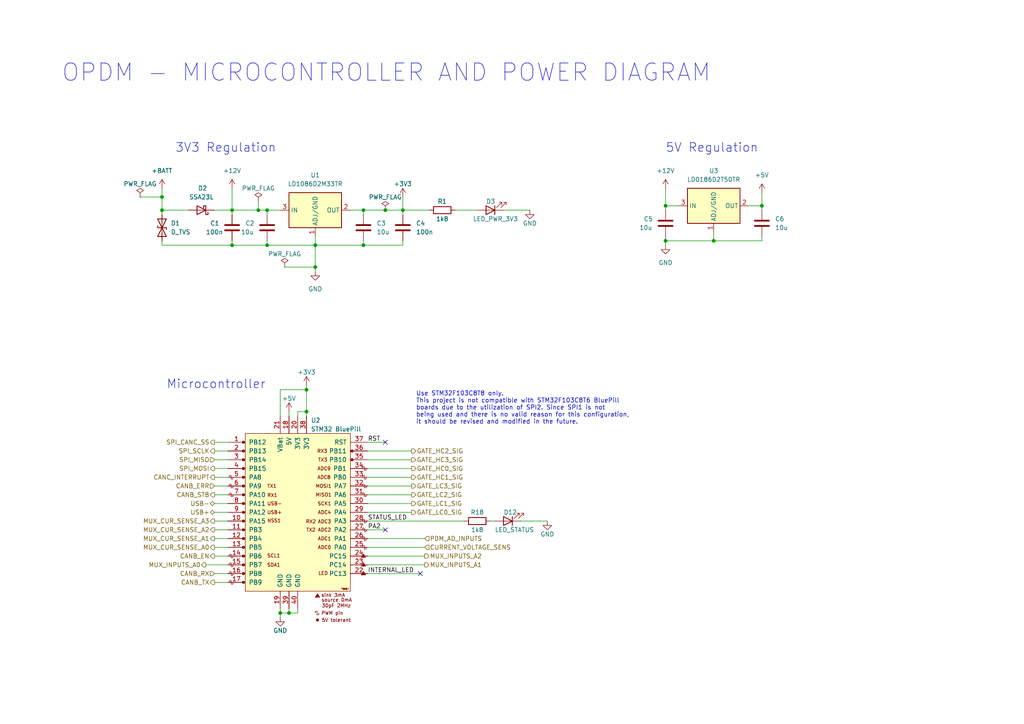
<source format=kicad_sch>
(kicad_sch (version 20211123) (generator eeschema)
  (paper "A4")
  (title_block (date "2023-05-23") (rev "Rev0.1") (company "Breno Niehues dos Santos"))
  (lib_symbols
    (symbol "Device:C" (pin_numbers hide) (pin_names (offset 0.254))
      (property "Reference" "C" (at 0.635 2.54 0))
      (property "Value" "C" (at 0.635 -2.54 0))
      (symbol "C_0_1"
        (polyline (pts (xy -2.032 -0.762) (xy 2.032 -0.762)) (stroke (width 0.508)))
        (polyline (pts (xy -2.032 0.762) (xy 2.032 0.762)) (stroke (width 0.508)))
      )
      (symbol "C_1_1"
        (pin passive line (at 0 3.81 270) (length 2.794) (name "~") (number "1"))
        (pin passive line (at 0 -3.81 90) (length 2.794) (name "~") (number "2"))
      )
    )
    (symbol "Device:D_Schottky" (pin_numbers hide) (pin_names (offset 1.016) hide)
      (property "Reference" "D" (at 0 2.54 0))
      (property "Value" "D_Schottky" (at 0 -2.54 0))
      (symbol "D_Schottky_0_1"
        (polyline (pts (xy 1.27 0) (xy -1.27 0)))
        (polyline (pts (xy 1.27 1.27) (xy 1.27 -1.27) (xy -1.27 0) (xy 1.27 1.27)) (stroke (width 0.254)))
        (polyline (pts (xy -1.905 0.635) (xy -1.905 1.27) (xy -1.27 1.27) (xy -1.27 -1.27) (xy -0.635 -1.27) (xy -0.635 -0.635)) (stroke (width 0.254)))
      )
      (symbol "D_Schottky_1_1"
        (pin passive line (at -3.81 0 0) (length 2.54) (name "K") (number "1"))
        (pin passive line (at 3.81 0 180) (length 2.54) (name "A") (number "2"))
      )
    )
    (symbol "Device:D_TVS" (pin_numbers hide) (pin_names (offset 1.016) hide)
      (property "Reference" "D" (at 0 2.54 0))
      (property "Value" "D_TVS" (at 0 -2.54 0))
      (symbol "D_TVS_0_1"
        (polyline (pts (xy 1.27 0) (xy -1.27 0)))
        (polyline (pts (xy 0.508 1.27) (xy 0 1.27) (xy 0 -1.27) (xy -0.508 -1.27)) (stroke (width 0.254)))
        (polyline (pts (xy -2.54 1.27) (xy -2.54 -1.27) (xy 2.54 1.27) (xy 2.54 -1.27) (xy -2.54 1.27)) (stroke (width 0.254)))
      )
      (symbol "D_TVS_1_1"
        (pin passive line (at -3.81 0 0) (length 2.54) (name "A1") (number "1"))
        (pin passive line (at 3.81 0 180) (length 2.54) (name "A2") (number "2"))
      )
    )
    (symbol "Device:LED" (pin_numbers hide) (pin_names (offset 1.016) hide)
      (property "Reference" "D" (at 0 2.54 0))
      (property "Value" "LED" (at 0 -2.54 0))
      (symbol "LED_0_1"
        (polyline (pts (xy -1.27 -1.27) (xy -1.27 1.27)) (stroke (width 0.254)))
        (polyline (pts (xy -1.27 0) (xy 1.27 0)))
        (polyline (pts (xy 1.27 -1.27) (xy 1.27 1.27) (xy -1.27 0) (xy 1.27 -1.27)) (stroke (width 0.254)))
        (polyline (pts (xy -3.048 -0.762) (xy -4.572 -2.286) (xy -3.81 -2.286) (xy -4.572 -2.286) (xy -4.572 -1.524)))
        (polyline (pts (xy -1.778 -0.762) (xy -3.302 -2.286) (xy -2.54 -2.286) (xy -3.302 -2.286) (xy -3.302 -1.524)))
      )
      (symbol "LED_1_1"
        (pin passive line (at -3.81 0 0) (length 2.54) (name "K") (number "1"))
        (pin passive line (at 3.81 0 180) (length 2.54) (name "A") (number "2"))
      )
    )
    (symbol "Device:R" (pin_numbers hide) (pin_names (offset 0))
      (property "Reference" "R" (at 2.032 0 90))
      (property "Value" "R" (at 0 0 90))
      (symbol "R_0_1"
        (rectangle (start -1.016 -2.54) (end 1.016 2.54) (stroke (width 0.254)))
      )
      (symbol "R_1_1"
        (pin passive line (at 0 3.81 270) (length 1.27) (name "~") (number "1"))
        (pin passive line (at 0 -3.81 90) (length 1.27) (name "~") (number "2"))
      )
    )
    (symbol "Regulator_Linear:LD0186D2T50TR"
      (property "Reference" "U" (at 0 10.16 0))
      (property "Value" "LD0186D2T50TR" (at 0 7.62 0))
      (symbol "LD0186D2T50TR_1_1"
        (rectangle (start -7.62 -5.08) (end 7.62 5.08) (stroke (width 0.254)) (fill (type background)))
        (pin input line (at 0 -7.62 90) (length 2.54) (name "ADJ/GND") (number "1"))
        (pin power_out line (at 10.16 0 180) (length 2.54) (name "OUT") (number "2"))
        (pin power_in line (at -10.16 0 0) (length 2.54) (name "IN") (number "3"))
      )
    )
    (symbol "Regulator_Linear:LD1086D2M33TR"
      (property "Reference" "U" (at 0 10.16 0))
      (property "Value" "LD1086D2M33TR" (at 0 7.62 0))
      (symbol "LD1086D2M33TR_1_1"
        (rectangle (start -7.62 -5.08) (end 7.62 5.08) (stroke (width 0.254)) (fill (type background)))
        (pin input line (at 0 -7.62 90) (length 2.54) (name "ADJ/GND") (number "1"))
        (pin power_out line (at 10.16 0 180) (length 2.54) (name "OUT") (number "2"))
        (pin power_in line (at -10.16 0 0) (length 2.54) (name "IN") (number "3"))
      )
    )
    (symbol "YAAJ_BluePill:YAAJ_BluePill" (pin_names (offset 1.016))
      (property "Reference" "U" (at -13.97 24.13 0))
      (property "Value" "YAAJ_BluePill" (at 0 6.35 90))
      (symbol "YAAJ_BluePill_0_0"
        (circle (center -15.748 -20.32) (radius 0.3556) (fill (type outline)))
        (circle (center -15.748 -17.78) (radius 0.3556) (fill (type outline)))
        (circle (center -15.748 -15.24) (radius 0.3556) (fill (type outline)))
        (circle (center -15.748 -12.7) (radius 0.3556) (fill (type outline)))
        (circle (center -15.748 -10.16) (radius 0.3556) (fill (type outline)))
        (circle (center -15.748 -7.62) (radius 0.3556) (fill (type outline)))
        (circle (center -15.748 -5.08) (radius 0.3556) (fill (type outline)))
        (circle (center -15.748 -2.54) (radius 0.3556) (fill (type outline)))
        (circle (center -15.748 0) (radius 0.3556) (fill (type outline)))
        (circle (center -15.748 2.54) (radius 0.3556) (fill (type outline)))
        (circle (center -15.748 5.08) (radius 0.3556) (fill (type outline)))
        (circle (center -15.748 7.62) (radius 0.3556) (fill (type outline)))
        (circle (center -15.748 10.16) (radius 0.3556) (fill (type outline)))
        (circle (center -15.748 12.7) (radius 0.3556) (fill (type outline)))
        (circle (center -15.748 15.24) (radius 0.3556) (fill (type outline)))
        (circle (center -15.748 20.32) (radius 0.3556) (fill (type outline)))
        (polyline (pts (xy 5.08 -24.638) (xy 5.715 -23.622) (xy 6.35 -24.638) (xy 5.08 -24.638) (xy 5.715 -23.749) (xy 6.223 -24.638) (xy 5.207 -24.511) (xy 5.715 -23.876) (xy 6.096 -24.638) (xy 5.334 -24.384) (xy 5.842 -24.003) (xy 5.969 -24.638) (xy 5.461 -24.257) (xy 5.969 -24.13) (xy 5.842 -24.511) (xy 5.588 -24.257) (xy 5.842 -24.384) (xy 5.715 -24.13)))
        (polyline (pts (xy 18.415 -18.161) (xy 19.05 -17.145) (xy 19.685 -18.161) (xy 18.415 -18.161) (xy 19.05 -17.272) (xy 19.558 -18.161) (xy 18.542 -18.034) (xy 19.05 -17.399) (xy 19.431 -18.161) (xy 18.669 -17.907) (xy 19.177 -17.526) (xy 19.304 -18.161) (xy 18.796 -17.78) (xy 19.304 -17.653) (xy 19.177 -18.034) (xy 18.923 -17.78) (xy 19.177 -17.907) (xy 19.05 -17.653)))
        (polyline (pts (xy 18.415 -15.621) (xy 19.05 -14.605) (xy 19.685 -15.621) (xy 18.415 -15.621) (xy 19.05 -14.732) (xy 19.558 -15.621) (xy 18.542 -15.494) (xy 19.05 -14.859) (xy 19.431 -15.621) (xy 18.669 -15.367) (xy 19.177 -14.986) (xy 19.304 -15.621) (xy 18.796 -15.24) (xy 19.304 -15.113) (xy 19.177 -15.494) (xy 18.923 -15.24) (xy 19.177 -15.367) (xy 19.05 -15.113)))
        (polyline (pts (xy 18.415 -13.081) (xy 19.05 -12.065) (xy 19.685 -13.081) (xy 18.415 -13.081) (xy 19.05 -12.192) (xy 19.558 -13.081) (xy 18.542 -12.954) (xy 19.05 -12.319) (xy 19.431 -13.081) (xy 18.669 -12.827) (xy 19.177 -12.446) (xy 19.304 -13.081) (xy 18.796 -12.7) (xy 19.304 -12.573) (xy 19.177 -12.954) (xy 18.923 -12.7) (xy 19.177 -12.827) (xy 19.05 -12.573)))
        (circle (center 5.715 -31.242) (radius 0.127) (fill (type outline)))
        (circle (center 5.715 -31.242) (radius 0.254))
        (circle (center 5.715 -31.242) (radius 0.3556))
        (circle (center 15.748 15.24) (radius 0.254) (fill (type outline)))
        (circle (center 15.748 15.24) (radius 0.3556))
        (circle (center 15.748 17.78) (radius 0.254) (fill (type outline)))
        (circle (center 15.748 17.78) (radius 0.3556))
        (text "30pF 2MHz" (at 11.176 -27.051 0) (effects (font (size 0.9906 0.9906))))
        (text "5V tolerant" (at 11.176 -31.242 0) (effects (font (size 0.9906 0.9906))))
        (text "ADC0" (at 7.747 -10.16 0) (effects (font (size 0.9906 0.9906))))
        (text "ADC1" (at 7.747 -7.62 0) (effects (font (size 0.9906 0.9906))))
        (text "ADC2" (at 7.747 -5.08 0) (effects (font (size 0.9906 0.9906))))
        (text "ADC3" (at 7.747 -2.667 0) (effects (font (size 0.9906 0.9906))))
        (text "ADC4" (at 7.747 0 0) (effects (font (size 0.9906 0.9906))))
        (text "ADC8" (at 7.62 10.16 0) (effects (font (size 0.9906 0.9906))))
        (text "ADC9" (at 7.62 12.7 0) (effects (font (size 0.9906 0.9906))))
        (text "LED" (at 7.366 -17.653 0) (effects (font (size 0.9906 0.9906))))
        (text "MISO1" (at 7.493 5.08 0) (effects (font (size 0.9906 0.9906))))
        (text "MOSI1" (at 7.493 7.62 0) (effects (font (size 0.9906 0.9906))))
        (text "NSS1" (at -6.858 -2.413 0) (effects (font (size 0.9906 0.9906))))
        (text "PWM pin" (at 10.033 -29.21 0) (effects (font (size 0.9906 0.9906))))
        (text "RX1" (at -7.366 4.953 0) (effects (font (size 0.9906 0.9906))))
        (text "RX2" (at 3.81 -2.667 0) (effects (font (size 0.9906 0.9906))))
        (text "RX3" (at 7.112 17.78 0) (effects (font (size 0.9906 0.9906))))
        (text "SCK1" (at 7.747 2.54 0) (effects (font (size 0.9906 0.9906))))
        (text "SCL1" (at -6.985 -12.573 0) (effects (font (size 0.9906 0.9906))))
        (text "SDA1" (at -6.985 -15.24 0) (effects (font (size 0.9906 0.9906))))
        (text "sink 3mA" (at 10.287 -24.003 0) (effects (font (size 0.9906 0.9906))))
        (text "source 0mA" (at 11.303 -25.4 0) (effects (font (size 0.9906 0.9906))))
        (text "TX1" (at -7.493 7.62 0) (effects (font (size 0.9906 0.9906))))
        (text "TX2" (at 3.81 -5.08 0) (effects (font (size 0.9906 0.9906))))
        (text "TX3" (at 7.239 15.24 0) (effects (font (size 0.9906 0.9906))))
        (text "USB+" (at -6.731 0 0) (effects (font (size 0.9906 0.9906))))
        (text "USB-" (at -6.731 2.54 0) (effects (font (size 0.9906 0.9906))))
        (text "Y@@J" (at 13.6906 -22.1488 0) (effects (font (size 0.508 0.508))))
      )
      (symbol "YAAJ_BluePill_0_1"
        (rectangle (start -15.24 22.86) (end 15.24 -22.86) (fill (type background)))
        (polyline (pts (xy -18.796 -20.32) (xy -18.796 -20.828) (xy -19.304 -20.828) (xy -19.304 -19.812) (xy -19.812 -19.812) (xy -19.812 -20.32)))
        (polyline (pts (xy -18.796 -17.78) (xy -18.796 -18.288) (xy -19.304 -18.288) (xy -19.304 -17.272) (xy -19.812 -17.272) (xy -19.812 -17.78)))
        (polyline (pts (xy -18.796 -15.24) (xy -18.796 -15.748) (xy -19.304 -15.748) (xy -19.304 -14.732) (xy -19.812 -14.732) (xy -19.812 -15.24)))
        (polyline (pts (xy -18.796 -12.7) (xy -18.796 -13.208) (xy -19.304 -13.208) (xy -19.304 -12.192) (xy -19.812 -12.192) (xy -19.812 -12.7)))
        (polyline (pts (xy -18.796 5.08) (xy -18.796 4.572) (xy -19.304 4.572) (xy -19.304 5.588) (xy -19.812 5.588) (xy -19.812 5.08)))
        (polyline (pts (xy -18.796 7.62) (xy -18.796 7.112) (xy -19.304 7.112) (xy -19.304 8.128) (xy -19.812 8.128) (xy -19.812 7.62)))
        (polyline (pts (xy -18.796 10.16) (xy -18.796 9.652) (xy -19.304 9.652) (xy -19.304 10.668) (xy -19.812 10.668) (xy -19.812 10.16)))
        (polyline (pts (xy 6.096 -29.21) (xy 6.096 -29.718) (xy 5.588 -29.718) (xy 5.588 -28.702) (xy 5.08 -28.702) (xy 5.08 -29.21)))
        (polyline (pts (xy 19.812 -10.16) (xy 19.812 -10.668) (xy 19.304 -10.668) (xy 19.304 -9.652) (xy 18.796 -9.652) (xy 18.796 -10.16)))
        (polyline (pts (xy 19.812 -7.62) (xy 19.812 -8.128) (xy 19.304 -8.128) (xy 19.304 -7.112) (xy 18.796 -7.112) (xy 18.796 -7.62)))
        (polyline (pts (xy 19.812 -5.08) (xy 19.812 -5.588) (xy 19.304 -5.588) (xy 19.304 -4.572) (xy 18.796 -4.572) (xy 18.796 -5.08)))
        (polyline (pts (xy 19.812 -2.54) (xy 19.812 -3.048) (xy 19.304 -3.048) (xy 19.304 -2.032) (xy 18.796 -2.032) (xy 18.796 -2.54)))
        (polyline (pts (xy 19.812 5.08) (xy 19.812 4.572) (xy 19.304 4.572) (xy 19.304 5.588) (xy 18.796 5.588) (xy 18.796 5.08)))
        (polyline (pts (xy 19.812 7.62) (xy 19.812 7.112) (xy 19.304 7.112) (xy 19.304 8.128) (xy 18.796 8.128) (xy 18.796 7.62)))
        (polyline (pts (xy 19.812 10.16) (xy 19.812 9.652) (xy 19.304 9.652) (xy 19.304 10.668) (xy 18.796 10.668) (xy 18.796 10.16)))
        (polyline (pts (xy 19.812 12.7) (xy 19.812 12.192) (xy 19.304 12.192) (xy 19.304 13.208) (xy 18.796 13.208) (xy 18.796 12.7)))
      )
      (symbol "YAAJ_BluePill_1_1"
        (circle (center -15.748 17.78) (radius 0.3556) (fill (type outline)))
        (pin bidirectional line (at -20.32 20.32 0) (length 5.08) (name "PB12") (number "1"))
        (pin bidirectional line (at -20.32 -2.54 0) (length 5.08) (name "PA15") (number "10"))
        (pin bidirectional line (at -20.32 -5.08 0) (length 5.08) (name "PB3") (number "11"))
        (pin bidirectional line (at -20.32 -7.62 0) (length 5.08) (name "PB4") (number "12"))
        (pin bidirectional line (at -20.32 -10.16 0) (length 5.08) (name "PB5") (number "13"))
        (pin bidirectional line (at -20.32 -12.7 0) (length 5.08) (name "PB6") (number "14"))
        (pin bidirectional line (at -20.32 -15.24 0) (length 5.08) (name "PB7") (number "15"))
        (pin bidirectional line (at -20.32 -17.78 0) (length 5.08) (name "PB8") (number "16"))
        (pin bidirectional line (at -20.32 -20.32 0) (length 5.08) (name "PB9") (number "17"))
        (pin power_in line (at -2.54 27.94 270) (length 5.08) (name "5V") (number "18"))
        (pin power_in line (at -5.08 -27.94 90) (length 5.08) (name "GND") (number "19"))
        (pin bidirectional line (at -20.32 17.78 0) (length 5.08) (name "PB13") (number "2"))
        (pin power_in line (at 0 27.94 270) (length 5.08) (name "3V3") (number "20"))
        (pin power_in line (at -5.08 27.94 270) (length 5.08) (name "VBat") (number "21"))
        (pin bidirectional line (at 20.32 -17.78 180) (length 5.08) (name "PC13") (number "22"))
        (pin bidirectional line (at 20.32 -15.24 180) (length 5.08) (name "PC14") (number "23"))
        (pin bidirectional line (at 20.32 -12.7 180) (length 5.08) (name "PC15") (number "24"))
        (pin bidirectional line (at 20.32 -10.16 180) (length 5.08) (name "PA0") (number "25"))
        (pin bidirectional line (at 20.32 -7.62 180) (length 5.08) (name "PA1") (number "26"))
        (pin bidirectional line (at 20.32 -5.08 180) (length 5.08) (name "PA2") (number "27"))
        (pin bidirectional line (at 20.32 -2.54 180) (length 5.08) (name "PA3") (number "28"))
        (pin bidirectional line (at 20.32 0 180) (length 5.08) (name "PA4") (number "29"))
        (pin bidirectional line (at -20.32 15.24 0) (length 5.08) (name "PB14") (number "3"))
        (pin bidirectional line (at 20.32 2.54 180) (length 5.08) (name "PA5") (number "30"))
        (pin bidirectional line (at 20.32 5.08 180) (length 5.08) (name "PA6") (number "31"))
        (pin bidirectional line (at 20.32 7.62 180) (length 5.08) (name "PA7") (number "32"))
        (pin bidirectional line (at 20.32 10.16 180) (length 5.08) (name "PB0") (number "33"))
        (pin bidirectional line (at 20.32 12.7 180) (length 5.08) (name "PB1") (number "34"))
        (pin bidirectional line (at 20.32 15.24 180) (length 5.08) (name "PB10") (number "35"))
        (pin bidirectional line (at 20.32 17.78 180) (length 5.08) (name "PB11") (number "36"))
        (pin input line (at 20.32 20.32 180) (length 5.08) (name "RST") (number "37"))
        (pin power_in line (at 2.54 27.94 270) (length 5.08) (name "3V3") (number "38"))
        (pin power_in line (at -2.54 -27.94 90) (length 5.08) (name "GND") (number "39"))
        (pin bidirectional line (at -20.32 12.7 0) (length 5.08) (name "PB15") (number "4"))
        (pin power_in line (at 0 -27.94 90) (length 5.08) (name "GND") (number "40"))
        (pin bidirectional line (at -20.32 10.16 0) (length 5.08) (name "PA8") (number "5"))
        (pin bidirectional line (at -20.32 7.62 0) (length 5.08) (name "PA9") (number "6"))
        (pin bidirectional line (at -20.32 5.08 0) (length 5.08) (name "PA10") (number "7"))
        (pin bidirectional line (at -20.32 2.54 0) (length 5.08) (name "PA11") (number "8"))
        (pin bidirectional line (at -20.32 0 0) (length 5.08) (name "PA12") (number "9"))
      )
    )
    (symbol "power:+12V" (power) (pin_names (offset 0))
      (property "Value" "+12V" (at 0 3.556 0))
      (symbol "+12V_0_1"
        (polyline (pts (xy -0.762 1.27) (xy 0 2.54)))
        (polyline (pts (xy 0 0) (xy 0 2.54)))
        (polyline (pts (xy 0 2.54) (xy 0.762 1.27)))
      )
      (symbol "+12V_1_1"
        (pin power_in line (at 0 0 90) (length 0) hide (name "+12V") (number "1"))
      )
    )
    (symbol "power:+3V3" (power) (pin_names (offset 0))
      (property "Value" "+3V3" (at 0 3.556 0))
      (symbol "+3V3_0_1"
        (polyline (pts (xy -0.762 1.27) (xy 0 2.54)))
        (polyline (pts (xy 0 0) (xy 0 2.54)))
        (polyline (pts (xy 0 2.54) (xy 0.762 1.27)))
      )
      (symbol "+3V3_1_1"
        (pin power_in line (at 0 0 90) (length 0) hide (name "+3V3") (number "1"))
      )
    )
    (symbol "power:+5V" (power) (pin_names (offset 0))
      (property "Value" "+5V" (at 0 3.556 0))
      (symbol "+5V_0_1"
        (polyline (pts (xy -0.762 1.27) (xy 0 2.54)))
        (polyline (pts (xy 0 0) (xy 0 2.54)))
        (polyline (pts (xy 0 2.54) (xy 0.762 1.27)))
      )
      (symbol "+5V_1_1"
        (pin power_in line (at 0 0 90) (length 0) hide (name "+5V") (number "1"))
      )
    )
    (symbol "power:+BATT" (power) (pin_names (offset 0))
      (property "Value" "+BATT" (at 0 3.556 0))
      (symbol "+BATT_0_1"
        (polyline (pts (xy -0.762 1.27) (xy 0 2.54)))
        (polyline (pts (xy 0 0) (xy 0 2.54)))
        (polyline (pts (xy 0 2.54) (xy 0.762 1.27)))
      )
      (symbol "+BATT_1_1"
        (pin power_in line (at 0 0 90) (length 0) hide (name "+BATT") (number "1"))
      )
    )
    (symbol "power:GND" (power) (pin_names (offset 0))
      (property "Value" "GND" (at 0 -3.81 0))
      (symbol "GND_0_1"
        (polyline (pts (xy 0 0) (xy 0 -1.27) (xy 1.27 -1.27) (xy 0 -2.54) (xy -1.27 -1.27) (xy 0 -1.27)))
      )
      (symbol "GND_1_1"
        (pin power_in line (at 0 0 270) (length 0) hide (name "GND") (number "1"))
      )
    )
    (symbol "power:PWR_FLAG" (power) (pin_numbers hide) (pin_names (offset 0) hide)
      (property "Value" "PWR_FLAG" (at 0 3.81 0))
      (symbol "PWR_FLAG_0_0"
        (pin power_out line (at 0 0 90) (length 0) (name "pwr") (number "1"))
      )
      (symbol "PWR_FLAG_0_1"
        (polyline (pts (xy 0 0) (xy 0 1.27) (xy -1.016 1.905) (xy 0 2.54) (xy 1.016 1.905) (xy 0 1.27)))
      )
    )
  )
  (junction (at 46.99 57.15))
  (junction (at 105.41 71.12))
  (junction (at 46.99 60.96))
  (junction (at 77.47 71.12))
  (junction (at 91.44 71.12))
  (junction (at 88.9 119.38))
  (junction (at 91.44 77.47))
  (junction (at 105.41 60.96))
  (junction (at 111.76 60.96))
  (junction (at 116.84 60.96))
  (junction (at 193.04 69.85))
  (junction (at 83.82 177.8))
  (junction (at 81.28 177.8))
  (junction (at 67.31 60.96))
  (junction (at 220.98 59.69))
  (junction (at 193.04 59.69))
  (junction (at 77.47 60.96))
  (junction (at 88.9 113.03))
  (junction (at 74.93 60.96))
  (junction (at 207.01 69.85))
  (junction (at 67.31 71.12))
  (no_connect (at 121.92 166.37))
  (no_connect (at 111.76 153.67))
  (no_connect (at 111.76 128.27))
  (wire (pts (xy 142.24 151.13) (xy 143.51 151.13)))
  (wire (pts (xy 67.31 69.85) (xy 67.31 71.12)))
  (wire (pts (xy 116.84 57.15) (xy 116.84 60.96)))
  (wire (pts (xy 62.23 166.37) (xy 66.04 166.37)))
  (wire (pts (xy 83.82 176.53) (xy 83.82 177.8)))
  (wire (pts (xy 116.84 60.96) (xy 124.46 60.96)))
  (wire (pts (xy 74.93 60.96) (xy 77.47 60.96)))
  (wire (pts (xy 91.44 68.58) (xy 91.44 71.12)))
  (wire (pts (xy 220.98 68.58) (xy 220.98 69.85)))
  (wire (pts (xy 106.68 133.35) (xy 119.38 133.35)))
  (wire (pts (xy 82.55 77.47) (xy 91.44 77.47)))
  (wire (pts (xy 46.99 60.96) (xy 54.61 60.96)))
  (wire (pts (xy 106.68 138.43) (xy 119.38 138.43)))
  (wire (pts (xy 88.9 111.76) (xy 88.9 113.03)))
  (wire (pts (xy 146.05 60.96) (xy 153.67 60.96)))
  (wire (pts (xy 77.47 69.85) (xy 77.47 71.12)))
  (wire (pts (xy 62.23 146.05) (xy 66.04 146.05)))
  (wire (pts (xy 106.68 163.83) (xy 123.19 163.83)))
  (wire (pts (xy 62.23 138.43) (xy 66.04 138.43)))
  (wire (pts (xy 77.47 60.96) (xy 81.28 60.96)))
  (wire (pts (xy 62.23 151.13) (xy 66.04 151.13)))
  (wire (pts (xy 193.04 59.69) (xy 196.85 59.69)))
  (wire (pts (xy 116.84 69.85) (xy 116.84 71.12)))
  (wire (pts (xy 62.23 135.89) (xy 66.04 135.89)))
  (wire (pts (xy 91.44 71.12) (xy 105.41 71.12)))
  (wire (pts (xy 86.36 119.38) (xy 88.9 119.38)))
  (wire (pts (xy 101.6 60.96) (xy 105.41 60.96)))
  (wire (pts (xy 62.23 140.97) (xy 66.04 140.97)))
  (wire (pts (xy 207.01 69.85) (xy 220.98 69.85)))
  (wire (pts (xy 106.68 135.89) (xy 119.38 135.89)))
  (wire (pts (xy 106.68 158.75) (xy 123.19 158.75)))
  (wire (pts (xy 62.23 128.27) (xy 66.04 128.27)))
  (wire (pts (xy 46.99 57.15) (xy 46.99 60.96)))
  (wire (pts (xy 81.28 177.8) (xy 83.82 177.8)))
  (wire (pts (xy 106.68 140.97) (xy 119.38 140.97)))
  (wire (pts (xy 46.99 62.23) (xy 46.99 60.96)))
  (wire (pts (xy 193.04 71.12) (xy 193.04 69.85)))
  (wire (pts (xy 83.82 119.38) (xy 83.82 120.65)))
  (wire (pts (xy 193.04 59.69) (xy 193.04 60.96)))
  (wire (pts (xy 77.47 60.96) (xy 77.47 62.23)))
  (wire (pts (xy 207.01 67.31) (xy 207.01 69.85)))
  (wire (pts (xy 81.28 177.8) (xy 81.28 179.07)))
  (wire (pts (xy 67.31 60.96) (xy 67.31 62.23)))
  (wire (pts (xy 106.68 143.51) (xy 119.38 143.51)))
  (wire (pts (xy 74.93 60.96) (xy 74.93 58.42)))
  (wire (pts (xy 105.41 60.96) (xy 105.41 62.23)))
  (wire (pts (xy 193.04 69.85) (xy 207.01 69.85)))
  (wire (pts (xy 62.23 158.75) (xy 66.04 158.75)))
  (wire (pts (xy 83.82 177.8) (xy 86.36 177.8)))
  (wire (pts (xy 62.23 148.59) (xy 66.04 148.59)))
  (wire (pts (xy 91.44 71.12) (xy 91.44 77.47)))
  (wire (pts (xy 86.36 176.53) (xy 86.36 177.8)))
  (wire (pts (xy 193.04 68.58) (xy 193.04 69.85)))
  (wire (pts (xy 62.23 156.21) (xy 66.04 156.21)))
  (wire (pts (xy 86.36 120.65) (xy 86.36 119.38)))
  (wire (pts (xy 220.98 59.69) (xy 220.98 60.96)))
  (wire (pts (xy 105.41 69.85) (xy 105.41 71.12)))
  (wire (pts (xy 67.31 54.61) (xy 67.31 60.96)))
  (wire (pts (xy 116.84 71.12) (xy 105.41 71.12)))
  (wire (pts (xy 91.44 78.74) (xy 91.44 77.47)))
  (wire (pts (xy 62.23 133.35) (xy 66.04 133.35)))
  (wire (pts (xy 116.84 60.96) (xy 116.84 62.23)))
  (wire (pts (xy 46.99 54.61) (xy 46.99 57.15)))
  (wire (pts (xy 106.68 151.13) (xy 134.62 151.13)))
  (wire (pts (xy 46.99 69.85) (xy 46.99 71.12)))
  (wire (pts (xy 106.68 166.37) (xy 121.92 166.37)))
  (wire (pts (xy 40.64 57.15) (xy 46.99 57.15)))
  (wire (pts (xy 81.28 120.65) (xy 81.28 113.03)))
  (wire (pts (xy 106.68 156.21) (xy 123.19 156.21)))
  (wire (pts (xy 91.44 71.12) (xy 77.47 71.12)))
  (wire (pts (xy 106.68 128.27) (xy 111.76 128.27)))
  (wire (pts (xy 106.68 146.05) (xy 119.38 146.05)))
  (wire (pts (xy 59.69 163.83) (xy 66.04 163.83)))
  (wire (pts (xy 46.99 71.12) (xy 67.31 71.12)))
  (wire (pts (xy 111.76 60.96) (xy 116.84 60.96)))
  (wire (pts (xy 62.23 143.51) (xy 66.04 143.51)))
  (wire (pts (xy 67.31 71.12) (xy 77.47 71.12)))
  (wire (pts (xy 106.68 153.67) (xy 111.76 153.67)))
  (wire (pts (xy 81.28 113.03) (xy 88.9 113.03)))
  (wire (pts (xy 62.23 130.81) (xy 66.04 130.81)))
  (wire (pts (xy 217.17 59.69) (xy 220.98 59.69)))
  (wire (pts (xy 62.23 161.29) (xy 66.04 161.29)))
  (wire (pts (xy 193.04 54.61) (xy 193.04 59.69)))
  (wire (pts (xy 81.28 176.53) (xy 81.28 177.8)))
  (wire (pts (xy 62.23 168.91) (xy 66.04 168.91)))
  (wire (pts (xy 88.9 113.03) (xy 88.9 119.38)))
  (wire (pts (xy 220.98 55.88) (xy 220.98 59.69)))
  (wire (pts (xy 88.9 119.38) (xy 88.9 120.65)))
  (wire (pts (xy 62.23 60.96) (xy 67.31 60.96)))
  (wire (pts (xy 105.41 60.96) (xy 111.76 60.96)))
  (wire (pts (xy 106.68 148.59) (xy 119.38 148.59)))
  (wire (pts (xy 106.68 130.81) (xy 119.38 130.81)))
  (wire (pts (xy 106.68 161.29) (xy 123.19 161.29)))
  (wire (pts (xy 151.13 151.13) (xy 158.75 151.13)))
  (wire (pts (xy 67.31 60.96) (xy 74.93 60.96)))
  (wire (pts (xy 132.08 60.96) (xy 138.43 60.96)))
  (wire (pts (xy 62.23 153.67) (xy 66.04 153.67)))
  (text "OPDM - MICROCONTROLLER AND POWER DIAGRAM" (at 17.78 24.13 0) (effects (font (size 5 5)) (justify left bottom)))
  (text "Use STM32F103C8T8 only.\nThis project is not compatible with STM32F103C8T6 BluePill\nboards due to the utilization of SPI2. Since SPI1 is not\nbeing used and there is no valid reason for this configuration,\nit should be revised and modified in the future." (at 120.65 123.19 0) (effects (font (size 1.27 1.27)) (justify left bottom)))
  (text "Microcontroller" (at 48.26 113.03 0) (effects (font (size 2.54 2.54)) (justify left bottom)))
  (text "3V3 Regulation" (at 50.8 44.45 0) (effects (font (size 2.54 2.54)) (justify left bottom)))
  (text "5V Regulation" (at 193.04 44.45 0) (effects (font (size 2.54 2.54)) (justify left bottom)))
  (label "STATUS_LED" (at 106.68 151.13 0))
  (label "INTERNAL_LED" (at 106.68 166.37 0))
  (label "RST" (at 106.68 128.27 0))
  (label "PA2" (at 106.68 153.67 0))
  (hierarchical_label "SPI_CANC_SS" (shape output) (at 62.23 128.27 180))
  (hierarchical_label "CANC_INTERRUPT" (shape output) (at 62.23 138.43 180))
  (hierarchical_label "MUX_INPUTS_A0" (shape output) (at 59.69 163.83 180))
  (hierarchical_label "SPI_SCLK" (shape output) (at 62.23 130.81 180))
  (hierarchical_label "MUX_CUR_SENSE_A2" (shape output) (at 62.23 153.67 180))
  (hierarchical_label "GATE_LC2_SIG" (shape output) (at 119.38 143.51 0))
  (hierarchical_label "MUX_CUR_SENSE_A0" (shape output) (at 62.23 158.75 180))
  (hierarchical_label "MUX_INPUTS_A1" (shape output) (at 123.19 163.83 0))
  (hierarchical_label "MUX_INPUTS_A2" (shape output) (at 123.19 161.29 0))
  (hierarchical_label "MUX_CUR_SENSE_A3" (shape output) (at 62.23 151.13 180))
  (hierarchical_label "GATE_LC0_SIG" (shape output) (at 119.38 148.59 0))
  (hierarchical_label "MUX_CUR_SENSE_A1" (shape output) (at 62.23 156.21 180))
  (hierarchical_label "PDM_AD_INPUTS" (shape input) (at 123.19 156.21 0))
  (hierarchical_label "GATE_LC1_SIG" (shape output) (at 119.38 146.05 0))
  (hierarchical_label "CANB_ERR" (shape input) (at 62.23 140.97 180))
  (hierarchical_label "USB-" (shape bidirectional) (at 62.23 146.05 180))
  (hierarchical_label "USB+" (shape bidirectional) (at 62.23 148.59 180))
  (hierarchical_label "GATE_HC0_SIG" (shape output) (at 119.38 135.89 0))
  (hierarchical_label "CANB_STB" (shape output) (at 62.23 143.51 180))
  (hierarchical_label "CANB_TX" (shape output) (at 62.23 168.91 180))
  (hierarchical_label "SPI_MISO" (shape input) (at 62.23 133.35 180))
  (hierarchical_label "GATE_LC3_SIG" (shape output) (at 119.38 140.97 0))
  (hierarchical_label "SPI_MOSI" (shape output) (at 62.23 135.89 180))
  (hierarchical_label "CANB_RX" (shape input) (at 62.23 166.37 180))
  (hierarchical_label "CANB_EN" (shape output) (at 62.23 161.29 180))
  (hierarchical_label "GATE_HC2_SIG" (shape output) (at 119.38 130.81 0))
  (hierarchical_label "GATE_HC3_SIG" (shape output) (at 119.38 133.35 0))
  (hierarchical_label "CURRENT_VOLTAGE_SENS" (shape input) (at 123.19 158.75 0))
  (hierarchical_label "GATE_HC1_SIG" (shape output) (at 119.38 138.43 0))
  (symbol (lib_id "Regulator_Linear:LD1086D2M33TR") (at 91.44 60.96 0) (unit 1)
    (property "Reference" "U1" (at 91.44 50.8 0))
    (property "Value" "LD1086D2M33TR" (at 91.44 53.34 0))
    (property "Footprint" "Package_TO_SOT_SMD:TO-263-3_TabPin2" (effects hide))
    (property "Datasheet" "https://www.st.com/resource/en/datasheet/ld1086.pdf" (effects hide))
  )
  (symbol (lib_id "YAAJ_BluePill:YAAJ_BluePill") (at 86.36 148.59 0) (unit 1)
    (property "Reference" "U2" (at 90.17 121.92 0) (effects (justify left)))
    (property "Value" "STM32 BluePill" (at 90.17 124.46 0) (effects (justify left)))
    (property "Footprint" "OPDM:BluePill_SMD" (effects hide))
  )
  (symbol (lib_id "power:+12V") (at 67.31 54.61 0) (unit 1)
    (property "Reference" "#PWR02" (effects hide))
    (property "Value" "+12V" (at 67.31 49.53 0))
  )
  (symbol (lib_id "power:GND") (at 91.44 78.74 0) (unit 1)
    (property "Reference" "#PWR03" (effects hide))
    (property "Value" "GND" (at 91.44 83.82 0))
  )
  (symbol (lib_id "Device:C") (at 105.41 66.04 0) (unit 1)
    (property "Reference" "C3" (at 109.22 64.7699 0) (effects (justify left)))
    (property "Value" "10u" (at 109.22 67.3099 0) (effects (justify left)))
    (property "Footprint" "Capacitor_SMD:C_0805_2012Metric_Pad1.18x1.45mm_HandSolder" (effects hide))
  )
  (symbol (lib_id "Device:D_TVS") (at 46.99 66.04 90) (unit 1)
    (property "Reference" "D1" (at 49.53 64.7699 90) (effects (justify right)))
    (property "Value" "D_TVS" (at 49.53 67.31 90) (effects (justify right)))
    (property "Footprint" "Resistor_SMD:R_1210_3225Metric_Pad1.30x2.65mm_HandSolder" (effects hide))
  )
  (symbol (lib_id "power:+3V3") (at 116.84 57.15 0) (unit 1)
    (property "Reference" "#PWR06" (effects hide))
    (property "Value" "+3V3" (at 116.84 53.34 0))
  )
  (symbol (lib_id "Device:LED") (at 142.24 60.96 180) (unit 1)
    (property "Reference" "D3" (at 140.97 58.42 0) (effects (justify right)))
    (property "Value" "LED_PWR_3V3" (at 137.16 63.5 0) (effects (justify right)))
    (property "Footprint" "LED_SMD:LED_0805_2012Metric_Pad1.15x1.40mm_HandSolder" (effects hide))
  )
  (symbol (lib_id "Device:D_Schottky") (at 58.42 60.96 180) (unit 1)
    (property "Reference" "D2" (at 58.7375 54.61 0))
    (property "Value" "SSA23L" (at 58.42 57.15 0))
    (property "Footprint" "Diode_SMD:D_SMA_Handsoldering" (effects hide))
  )
  (symbol (lib_id "Device:C") (at 116.84 66.04 0) (unit 1)
    (property "Reference" "C4" (at 120.65 64.7699 0) (effects (justify left)))
    (property "Value" "100n" (at 120.65 67.3099 0) (effects (justify left)))
    (property "Footprint" "Capacitor_SMD:C_0805_2012Metric_Pad1.18x1.45mm_HandSolder" (effects hide))
  )
  (symbol (lib_id "Device:R") (at 128.27 60.96 270) (unit 1)
    (property "Reference" "R1" (at 128.27 58.42 90))
    (property "Value" "1k8" (at 128.27 63.5 90))
    (property "Footprint" "Resistor_SMD:R_0805_2012Metric_Pad1.20x1.40mm_HandSolder" (effects hide))
  )
  (symbol (lib_id "Device:R") (at 138.43 151.13 270) (unit 1)
    (property "Reference" "R18" (at 138.43 148.59 90))
    (property "Value" "1k8" (at 138.43 153.67 90))
    (property "Footprint" "Resistor_SMD:R_0805_2012Metric_Pad1.20x1.40mm_HandSolder" (effects hide))
  )
  (symbol (lib_id "power:+BATT") (at 46.99 54.61 0) (unit 1)
    (property "Reference" "#PWR01" (effects hide))
    (property "Value" "+BATT" (at 46.99 49.53 0))
  )
  (symbol (lib_id "power:+5V") (at 83.82 119.38 0) (unit 1)
    (property "Reference" "#PWR010" (effects hide))
    (property "Value" "+5V" (at 83.82 115.57 0))
  )
  (symbol (lib_id "power:GND") (at 153.67 60.96 0) (unit 1)
    (property "Reference" "#PWR012" (effects hide))
    (property "Value" "GND" (at 153.67 64.77 0))
  )
  (symbol (lib_id "power:+3V3") (at 88.9 111.76 0) (unit 1)
    (property "Reference" "#PWR011" (effects hide))
    (property "Value" "+3V3" (at 88.9 107.95 0))
  )
  (symbol (lib_id "power:PWR_FLAG") (at 74.93 58.42 0) (unit 1)
    (property "Reference" "#FLG02" (effects hide))
    (property "Value" "PWR_FLAG" (at 74.93 54.61 0))
  )
  (symbol (lib_id "Regulator_Linear:LD0186D2T50TR") (at 207.01 59.69 0) (unit 1)
    (property "Reference" "U3" (at 207.01 49.53 0))
    (property "Value" "LD0186D2T50TR" (at 207.01 52.07 0))
    (property "Footprint" "Package_TO_SOT_SMD:SOT-223-3_TabPin2" (effects hide))
    (property "Datasheet" "https://www.st.com/resource/en/datasheet/ld1086.pdf" (effects hide))
  )
  (symbol (lib_id "power:GND") (at 81.28 179.07 0) (unit 1)
    (property "Reference" "#PWR09" (effects hide))
    (property "Value" "GND" (at 81.28 182.88 0))
  )
  (symbol (lib_id "power:PWR_FLAG") (at 82.55 77.47 0) (unit 1)
    (property "Reference" "#FLG03" (effects hide))
    (property "Value" "PWR_FLAG" (at 82.55 73.66 0))
  )
  (symbol (lib_id "power:GND") (at 158.75 151.13 0) (unit 1)
    (property "Reference" "#PWR015" (effects hide))
    (property "Value" "GND" (at 158.75 154.94 0))
  )
  (symbol (lib_id "power:GND") (at 193.04 71.12 0) (unit 1)
    (property "Reference" "#PWR014" (effects hide))
    (property "Value" "GND" (at 193.04 76.2 0))
  )
  (symbol (lib_id "Device:LED") (at 147.32 151.13 180) (unit 1)
    (property "Reference" "D12" (at 146.05 148.59 0) (effects (justify right)))
    (property "Value" "LED_STATUS" (at 143.51 153.67 0) (effects (justify right)))
    (property "Footprint" "LED_SMD:LED_0805_2012Metric_Pad1.15x1.40mm_HandSolder" (effects hide))
  )
  (symbol (lib_id "Device:C") (at 220.98 64.77 0) (unit 1)
    (property "Reference" "C6" (at 224.79 63.4999 0) (effects (justify left)))
    (property "Value" "10u" (at 224.79 66.0399 0) (effects (justify left)))
    (property "Footprint" "Capacitor_SMD:C_0805_2012Metric_Pad1.18x1.45mm_HandSolder" (effects hide))
  )
  (symbol (lib_id "Device:C") (at 67.31 66.04 0) (unit 1)
    (property "Reference" "C1" (at 60.96 64.77 0) (effects (justify left)))
    (property "Value" "100n" (at 59.69 67.31 0) (effects (justify left)))
    (property "Footprint" "Capacitor_SMD:C_0805_2012Metric_Pad1.18x1.45mm_HandSolder" (effects hide))
  )
  (symbol (lib_id "power:+5V") (at 220.98 55.88 0) (unit 1)
    (property "Reference" "#PWR016" (effects hide))
    (property "Value" "+5V" (at 220.98 50.8 0))
  )
  (symbol (lib_id "power:PWR_FLAG") (at 111.76 60.96 0) (unit 1)
    (property "Reference" "#FLG04" (effects hide))
    (property "Value" "PWR_FLAG" (at 111.76 57.15 0))
  )
  (symbol (lib_id "Device:C") (at 77.47 66.04 0) (unit 1)
    (property "Reference" "C2" (at 71.12 64.77 0) (effects (justify left)))
    (property "Value" "10u" (at 69.85 67.31 0) (effects (justify left)))
    (property "Footprint" "Capacitor_SMD:C_0805_2012Metric_Pad1.18x1.45mm_HandSolder" (effects hide))
  )
  (symbol (lib_id "power:+12V") (at 193.04 54.61 0) (unit 1)
    (property "Reference" "#PWR013" (effects hide))
    (property "Value" "+12V" (at 193.04 49.53 0))
  )
  (symbol (lib_id "power:PWR_FLAG") (at 40.64 57.15 0) (unit 1)
    (property "Reference" "#FLG01" (effects hide))
    (property "Value" "PWR_FLAG" (at 40.64 53.34 0))
  )
  (symbol (lib_id "Device:C") (at 193.04 64.77 0) (unit 1)
    (property "Reference" "C5" (at 186.69 63.5 0) (effects (justify left)))
    (property "Value" "10u" (at 185.42 66.04 0) (effects (justify left)))
    (property "Footprint" "Capacitor_SMD:C_0805_2012Metric_Pad1.18x1.45mm_HandSolder" (effects hide))
  )
)
</source>
